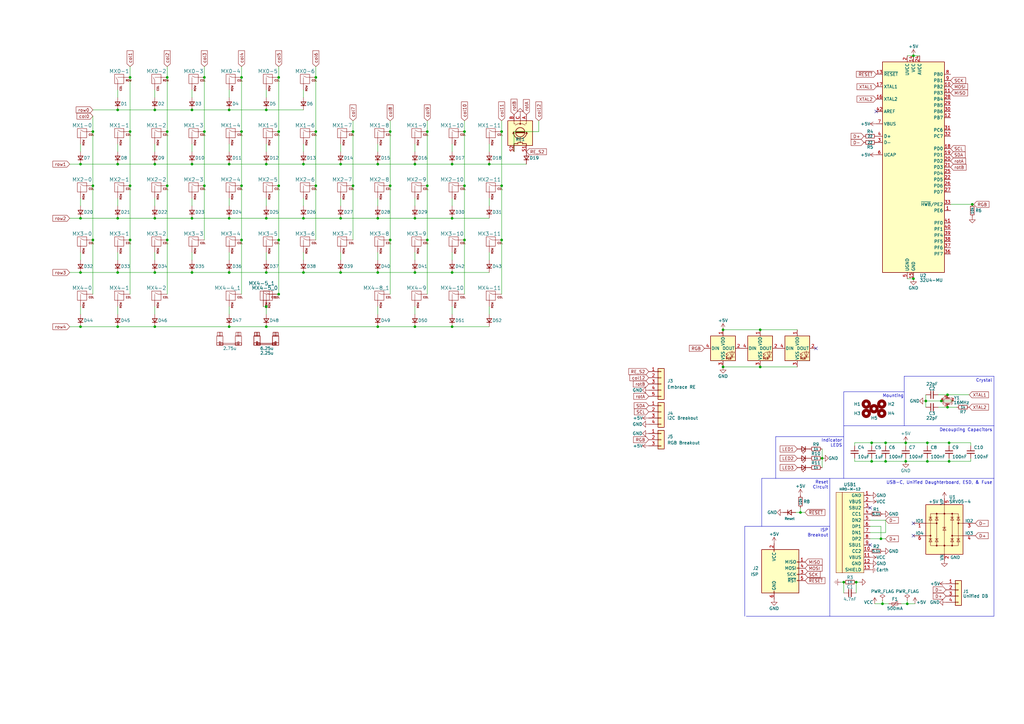
<source format=kicad_sch>
(kicad_sch (version 20211123) (generator eeschema)
  (paper "A3")
  (junction (at 114.3 76.2))
  (junction (at 185.42 89.535))
  (junction (at 99.06 31.75))
  (junction (at 33.02 133.985))
  (junction (at 170.18 111.76))
  (junction (at 78.74 89.535))
  (junction (at 374.65 114.3))
  (junction (at 296.545 135.255))
  (junction (at 389.255 181.61))
  (junction (at 53.34 98.425))
  (junction (at 48.26 133.985))
  (junction (at 68.58 76.2))
  (junction (at 144.78 76.2))
  (junction (at 185.42 133.985))
  (junction (at 205.74 76.2))
  (junction (at 154.94 111.76))
  (junction (at 139.7 67.31))
  (junction (at 53.34 31.75))
  (junction (at 357.505 181.61))
  (junction (at 160.02 53.975))
  (junction (at 93.98 133.985))
  (junction (at 48.26 89.535))
  (junction (at 38.1 98.425))
  (junction (at 371.475 189.23))
  (junction (at 78.74 45.085))
  (junction (at 379.73 164.465))
  (junction (at 124.46 111.76))
  (junction (at 83.82 53.975))
  (junction (at 53.34 53.975))
  (junction (at 154.94 133.985))
  (junction (at 114.3 98.425))
  (junction (at 109.22 125.73))
  (junction (at 129.54 53.975))
  (junction (at 124.46 89.535))
  (junction (at 99.06 76.2))
  (junction (at 99.06 98.425))
  (junction (at 388.62 167.005))
  (junction (at 363.22 189.23))
  (junction (at 351.155 238.76))
  (junction (at 93.98 67.31))
  (junction (at 33.02 67.31))
  (junction (at 363.22 181.61))
  (junction (at 398.78 83.82))
  (junction (at 337.185 187.96))
  (junction (at 160.02 76.2))
  (junction (at 78.74 67.31))
  (junction (at 389.255 189.23))
  (junction (at 190.5 76.2))
  (junction (at 33.02 111.76))
  (junction (at 63.5 133.985))
  (junction (at 114.3 120.65))
  (junction (at 200.66 67.31))
  (junction (at 380.365 189.23))
  (junction (at 361.95 247.65))
  (junction (at 109.22 111.76))
  (junction (at 53.34 76.2))
  (junction (at 68.58 53.975))
  (junction (at 124.46 67.31))
  (junction (at 139.7 111.76))
  (junction (at 83.82 31.75))
  (junction (at 296.545 150.495))
  (junction (at 63.5 111.76))
  (junction (at 144.78 53.975))
  (junction (at 109.22 89.535))
  (junction (at 83.82 76.2))
  (junction (at 63.5 45.085))
  (junction (at 386.08 164.465))
  (junction (at 68.58 31.75))
  (junction (at 357.505 189.23))
  (junction (at 33.02 89.535))
  (junction (at 114.3 53.975))
  (junction (at 129.54 76.2))
  (junction (at 48.26 45.085))
  (junction (at 374.65 22.86))
  (junction (at 93.98 45.085))
  (junction (at 328.295 210.185))
  (junction (at 48.26 67.31))
  (junction (at 346.075 238.76))
  (junction (at 185.42 111.76))
  (junction (at 388.62 161.925))
  (junction (at 109.22 67.31))
  (junction (at 63.5 67.31))
  (junction (at 361.315 220.98))
  (junction (at 311.785 135.255))
  (junction (at 175.26 98.425))
  (junction (at 109.22 133.985))
  (junction (at 93.98 89.535))
  (junction (at 170.18 89.535))
  (junction (at 185.42 67.31))
  (junction (at 170.18 67.31))
  (junction (at 38.1 76.2))
  (junction (at 175.26 76.2))
  (junction (at 63.5 89.535))
  (junction (at 68.58 98.425))
  (junction (at 129.54 31.75))
  (junction (at 99.06 53.975))
  (junction (at 175.26 53.975))
  (junction (at 139.7 89.535))
  (junction (at 190.5 53.975))
  (junction (at 205.74 53.975))
  (junction (at 93.98 111.76))
  (junction (at 190.5 98.425))
  (junction (at 154.94 89.535))
  (junction (at 48.26 111.76))
  (junction (at 311.785 150.495))
  (junction (at 154.94 67.31))
  (junction (at 372.11 247.65))
  (junction (at 380.365 181.61))
  (junction (at 205.74 98.425))
  (junction (at 38.1 53.975))
  (junction (at 371.475 181.61))
  (junction (at 109.22 45.085))
  (junction (at 78.74 111.76))
  (junction (at 170.18 133.985))
  (junction (at 160.02 98.425))
  (junction (at 114.3 31.75))
  (no_connect (at 359.41 45.72))
  (no_connect (at 374.65 219.71))
  (no_connect (at 356.87 208.28))
  (no_connect (at 374.65 214.63))
  (no_connect (at 334.645 142.875))
  (no_connect (at 356.87 223.52))
  (wire (pts (xy 361.95 246.38) (xy 361.95 247.65)))
  (wire (pts (xy 83.82 27.305) (xy 83.82 31.75)))
  (polyline (pts (xy 305.435 215.9) (xy 340.36 215.9)) (stroke (width 0) (type solid)))
  (wire (pts (xy 175.26 49.53) (xy 175.26 53.975)))
  (wire (pts (xy 357.505 189.23) (xy 363.22 189.23)))
  (wire (pts (xy 124.46 59.055) (xy 124.46 62.23)))
  (wire (pts (xy 154.94 67.31) (xy 170.18 67.31)))
  (wire (pts (xy 38.1 47.625) (xy 38.1 53.975)))
  (wire (pts (xy 154.94 59.055) (xy 154.94 62.23)))
  (wire (pts (xy 33.02 81.28) (xy 33.02 84.455)))
  (wire (pts (xy 170.18 67.31) (xy 185.42 67.31)))
  (wire (pts (xy 48.26 133.985) (xy 63.5 133.985)))
  (wire (pts (xy 356.87 218.44) (xy 363.22 218.44)))
  (wire (pts (xy 357.505 181.61) (xy 357.505 182.88)))
  (wire (pts (xy 48.26 45.085) (xy 63.5 45.085)))
  (wire (pts (xy 33.02 59.055) (xy 33.02 62.23)))
  (wire (pts (xy 114.3 31.75) (xy 114.3 53.975)))
  (wire (pts (xy 38.1 98.425) (xy 38.1 120.65)))
  (wire (pts (xy 68.58 27.305) (xy 68.58 31.75)))
  (wire (pts (xy 109.22 45.085) (xy 124.46 45.085)))
  (wire (pts (xy 139.7 81.28) (xy 139.7 84.455)))
  (wire (pts (xy 124.46 103.505) (xy 124.46 106.68)))
  (wire (pts (xy 33.02 111.76) (xy 48.26 111.76)))
  (wire (pts (xy 68.58 31.75) (xy 68.58 53.975)))
  (wire (pts (xy 93.98 133.985) (xy 109.22 133.985)))
  (wire (pts (xy 48.26 81.28) (xy 48.26 84.455)))
  (wire (pts (xy 68.58 76.2) (xy 68.58 98.425)))
  (polyline (pts (xy 346.075 174.625) (xy 346.075 196.215)) (stroke (width 0) (type solid)))
  (polyline (pts (xy 407.67 252.73) (xy 340.36 252.73)) (stroke (width 0) (type solid)))
  (wire (pts (xy 38.1 76.2) (xy 38.1 98.425)))
  (wire (pts (xy 129.54 76.2) (xy 129.54 98.425)))
  (wire (pts (xy 326.39 210.185) (xy 328.295 210.185)))
  (wire (pts (xy 53.34 53.975) (xy 53.34 76.2)))
  (wire (pts (xy 129.54 53.975) (xy 129.54 76.2)))
  (wire (pts (xy 350.52 187.96) (xy 350.52 189.23)))
  (wire (pts (xy 154.94 103.505) (xy 154.94 106.68)))
  (polyline (pts (xy 407.67 196.215) (xy 407.67 174.625)) (stroke (width 0) (type solid)))
  (wire (pts (xy 63.5 81.28) (xy 63.5 84.455)))
  (wire (pts (xy 160.02 53.975) (xy 160.02 76.2)))
  (wire (pts (xy 388.62 167.005) (xy 392.43 167.005)))
  (wire (pts (xy 33.02 67.31) (xy 48.26 67.31)))
  (wire (pts (xy 190.5 76.2) (xy 190.5 98.425)))
  (wire (pts (xy 63.5 59.055) (xy 63.5 62.23)))
  (wire (pts (xy 114.3 76.2) (xy 114.3 98.425)))
  (wire (pts (xy 175.26 76.2) (xy 175.26 98.425)))
  (wire (pts (xy 28.575 67.31) (xy 33.02 67.31)))
  (wire (pts (xy 185.42 59.055) (xy 185.42 62.23)))
  (polyline (pts (xy 346.075 174.625) (xy 407.67 174.625)) (stroke (width 0) (type solid)))
  (wire (pts (xy 190.5 53.975) (xy 190.5 76.2)))
  (wire (pts (xy 190.5 98.425) (xy 190.5 120.65)))
  (wire (pts (xy 371.475 181.61) (xy 371.475 182.88)))
  (wire (pts (xy 139.7 89.535) (xy 154.94 89.535)))
  (wire (pts (xy 363.22 181.61) (xy 371.475 181.61)))
  (wire (pts (xy 154.94 81.28) (xy 154.94 84.455)))
  (wire (pts (xy 398.78 83.82) (xy 399.415 83.82)))
  (wire (pts (xy 129.54 27.305) (xy 129.54 31.75)))
  (wire (pts (xy 379.73 164.465) (xy 386.08 164.465)))
  (wire (pts (xy 372.11 247.65) (xy 369.57 247.65)))
  (wire (pts (xy 93.98 111.76) (xy 109.22 111.76)))
  (wire (pts (xy 154.94 111.76) (xy 170.18 111.76)))
  (wire (pts (xy 53.34 98.425) (xy 53.34 120.65)))
  (wire (pts (xy 53.34 31.75) (xy 53.34 53.975)))
  (wire (pts (xy 93.98 67.31) (xy 109.22 67.31)))
  (polyline (pts (xy 340.36 196.215) (xy 407.67 196.215)) (stroke (width 0) (type solid)))
  (polyline (pts (xy 340.36 196.215) (xy 340.36 252.73)) (stroke (width 0) (type solid)))
  (wire (pts (xy 356.87 213.36) (xy 363.22 213.36)))
  (wire (pts (xy 357.505 181.61) (xy 363.22 181.61)))
  (wire (pts (xy 99.06 76.2) (xy 99.06 98.425)))
  (wire (pts (xy 389.89 83.82) (xy 398.78 83.82)))
  (wire (pts (xy 350.52 181.61) (xy 357.505 181.61)))
  (wire (pts (xy 154.94 89.535) (xy 170.18 89.535)))
  (wire (pts (xy 372.11 246.38) (xy 372.11 247.65)))
  (wire (pts (xy 93.98 36.83) (xy 93.98 40.005)))
  (wire (pts (xy 63.5 36.83) (xy 63.5 40.005)))
  (wire (pts (xy 398.145 181.61) (xy 398.145 182.88)))
  (wire (pts (xy 63.5 111.76) (xy 78.74 111.76)))
  (wire (pts (xy 337.185 187.96) (xy 337.185 191.77)))
  (polyline (pts (xy 407.67 174.625) (xy 407.67 154.305)) (stroke (width 0) (type solid)))
  (wire (pts (xy 200.66 81.28) (xy 200.66 84.455)))
  (wire (pts (xy 33.02 133.985) (xy 48.26 133.985)))
  (wire (pts (xy 99.06 31.75) (xy 99.06 53.975)))
  (wire (pts (xy 107.95 125.73) (xy 109.22 125.73)))
  (wire (pts (xy 311.785 135.255) (xy 327.025 135.255)))
  (wire (pts (xy 93.98 81.28) (xy 93.98 84.455)))
  (wire (pts (xy 170.18 111.76) (xy 185.42 111.76)))
  (wire (pts (xy 351.155 238.76) (xy 352.425 238.76)))
  (wire (pts (xy 389.255 181.61) (xy 389.255 182.88)))
  (wire (pts (xy 33.02 89.535) (xy 48.26 89.535)))
  (wire (pts (xy 328.295 208.28) (xy 328.295 210.185)))
  (wire (pts (xy 114.3 53.975) (xy 114.3 76.2)))
  (wire (pts (xy 170.18 133.985) (xy 185.42 133.985)))
  (wire (pts (xy 380.365 181.61) (xy 389.255 181.61)))
  (wire (pts (xy 344.805 238.76) (xy 346.075 238.76)))
  (wire (pts (xy 386.08 164.465) (xy 391.16 164.465)))
  (wire (pts (xy 139.7 103.505) (xy 139.7 106.68)))
  (wire (pts (xy 38.1 53.975) (xy 38.1 76.2)))
  (polyline (pts (xy 407.67 154.305) (xy 370.84 154.305)) (stroke (width 0) (type solid)))
  (wire (pts (xy 350.52 182.88) (xy 350.52 181.61)))
  (wire (pts (xy 63.5 89.535) (xy 78.74 89.535)))
  (wire (pts (xy 109.22 67.31) (xy 124.46 67.31)))
  (wire (pts (xy 109.22 89.535) (xy 124.46 89.535)))
  (wire (pts (xy 328.295 210.185) (xy 330.2 210.185)))
  (wire (pts (xy 389.255 181.61) (xy 398.145 181.61)))
  (wire (pts (xy 363.22 189.23) (xy 371.475 189.23)))
  (wire (pts (xy 78.74 59.055) (xy 78.74 62.23)))
  (wire (pts (xy 200.66 67.31) (xy 215.9 67.31)))
  (wire (pts (xy 99.06 53.975) (xy 99.06 76.2)))
  (wire (pts (xy 48.26 67.31) (xy 63.5 67.31)))
  (wire (pts (xy 38.1 45.085) (xy 48.26 45.085)))
  (wire (pts (xy 78.74 103.505) (xy 78.74 106.68)))
  (wire (pts (xy 205.74 49.53) (xy 205.74 53.975)))
  (wire (pts (xy 124.46 81.28) (xy 124.46 84.455)))
  (wire (pts (xy 93.98 125.73) (xy 93.98 128.905)))
  (wire (pts (xy 129.54 31.75) (xy 129.54 53.975)))
  (polyline (pts (xy 346.075 160.655) (xy 346.075 174.625)) (stroke (width 0) (type solid)))
  (wire (pts (xy 379.73 161.925) (xy 379.73 164.465)))
  (wire (pts (xy 371.475 181.61) (xy 380.365 181.61)))
  (wire (pts (xy 63.5 103.505) (xy 63.5 106.68)))
  (wire (pts (xy 124.46 36.83) (xy 124.46 40.005)))
  (wire (pts (xy 109.22 81.28) (xy 109.22 84.455)))
  (wire (pts (xy 200.66 125.73) (xy 200.66 128.905)))
  (wire (pts (xy 350.52 189.23) (xy 357.505 189.23)))
  (wire (pts (xy 210.82 62.23) (xy 210.82 53.975)))
  (wire (pts (xy 48.26 111.76) (xy 63.5 111.76)))
  (wire (pts (xy 78.74 36.83) (xy 78.74 40.005)))
  (wire (pts (xy 78.74 81.28) (xy 78.74 84.455)))
  (wire (pts (xy 356.87 215.9) (xy 361.315 215.9)))
  (polyline (pts (xy 407.67 196.215) (xy 407.67 252.73)) (stroke (width 0) (type solid)))
  (wire (pts (xy 389.255 189.23) (xy 398.145 189.23)))
  (wire (pts (xy 361.315 215.9) (xy 361.315 220.98)))
  (wire (pts (xy 78.74 67.31) (xy 93.98 67.31)))
  (wire (pts (xy 170.18 59.055) (xy 170.18 62.23)))
  (wire (pts (xy 93.98 103.505) (xy 93.98 106.68)))
  (wire (pts (xy 190.5 49.53) (xy 190.5 53.975)))
  (wire (pts (xy 63.5 45.085) (xy 78.74 45.085)))
  (wire (pts (xy 389.255 187.96) (xy 389.255 189.23)))
  (wire (pts (xy 384.81 161.925) (xy 388.62 161.925)))
  (wire (pts (xy 144.78 53.975) (xy 144.78 76.2)))
  (wire (pts (xy 351.155 238.76) (xy 351.155 243.205)))
  (wire (pts (xy 78.74 111.76) (xy 93.98 111.76)))
  (wire (pts (xy 363.22 218.44) (xy 363.22 213.36)))
  (wire (pts (xy 139.7 59.055) (xy 139.7 62.23)))
  (wire (pts (xy 139.7 111.76) (xy 154.94 111.76)))
  (wire (pts (xy 185.42 103.505) (xy 185.42 106.68)))
  (wire (pts (xy 170.18 81.28) (xy 170.18 84.455)))
  (wire (pts (xy 28.575 89.535) (xy 33.02 89.535)))
  (wire (pts (xy 200.66 103.505) (xy 200.66 106.68)))
  (wire (pts (xy 185.42 89.535) (xy 200.66 89.535)))
  (wire (pts (xy 337.185 184.15) (xy 337.185 187.96)))
  (wire (pts (xy 109.22 133.985) (xy 154.94 133.985)))
  (wire (pts (xy 205.74 98.425) (xy 205.74 120.65)))
  (wire (pts (xy 93.98 59.055) (xy 93.98 62.23)))
  (wire (pts (xy 109.22 103.505) (xy 109.22 106.68)))
  (wire (pts (xy 124.46 111.76) (xy 139.7 111.76)))
  (polyline (pts (xy 346.075 179.07) (xy 318.135 179.07)) (stroke (width 0) (type solid)))
  (wire (pts (xy 139.7 67.31) (xy 154.94 67.31)))
  (wire (pts (xy 296.545 135.255) (xy 311.785 135.255)))
  (wire (pts (xy 114.3 27.305) (xy 114.3 31.75)))
  (polyline (pts (xy 340.36 252.73) (xy 306.07 252.73)) (stroke (width 0) (type solid)))
  (wire (pts (xy 63.5 125.73) (xy 63.5 128.905)))
  (wire (pts (xy 124.46 67.31) (xy 139.7 67.31)))
  (wire (pts (xy 170.18 89.535) (xy 185.42 89.535)))
  (wire (pts (xy 78.74 89.535) (xy 93.98 89.535)))
  (wire (pts (xy 170.18 103.505) (xy 170.18 106.68)))
  (wire (pts (xy 63.5 133.985) (xy 93.98 133.985)))
  (wire (pts (xy 83.82 53.975) (xy 83.82 76.2)))
  (wire (pts (xy 398.145 187.96) (xy 398.145 189.23)))
  (wire (pts (xy 48.26 125.73) (xy 48.26 128.905)))
  (wire (pts (xy 346.075 238.76) (xy 346.075 243.205)))
  (wire (pts (xy 83.82 76.2) (xy 83.82 98.425)))
  (wire (pts (xy 83.82 31.75) (xy 83.82 53.975)))
  (polyline (pts (xy 305.435 252.73) (xy 305.435 215.9)) (stroke (width 0) (type solid)))
  (wire (pts (xy 114.3 98.425) (xy 114.3 120.65)))
  (wire (pts (xy 53.34 27.305) (xy 53.34 31.75)))
  (wire (pts (xy 372.11 114.3) (xy 374.65 114.3)))
  (wire (pts (xy 363.22 187.96) (xy 363.22 189.23)))
  (wire (pts (xy 363.22 181.61) (xy 363.22 182.88)))
  (wire (pts (xy 154.94 133.985) (xy 170.18 133.985)))
  (wire (pts (xy 109.22 125.73) (xy 109.22 128.905)))
  (wire (pts (xy 205.74 53.975) (xy 205.74 76.2)))
  (wire (pts (xy 68.58 53.975) (xy 68.58 76.2)))
  (wire (pts (xy 380.365 181.61) (xy 380.365 182.88)))
  (wire (pts (xy 93.98 45.085) (xy 109.22 45.085)))
  (wire (pts (xy 48.26 36.83) (xy 48.26 40.005)))
  (wire (pts (xy 220.98 49.53) (xy 220.98 53.975)))
  (wire (pts (xy 48.26 103.505) (xy 48.26 106.68)))
  (wire (pts (xy 154.94 125.73) (xy 154.94 128.905)))
  (wire (pts (xy 358.775 247.65) (xy 361.95 247.65)))
  (wire (pts (xy 357.505 187.96) (xy 357.505 189.23)))
  (polyline (pts (xy 312.42 215.9) (xy 312.42 196.215)) (stroke (width 0) (type solid)))
  (wire (pts (xy 185.42 67.31) (xy 200.66 67.31)))
  (wire (pts (xy 109.22 36.83) (xy 109.22 40.005)))
  (wire (pts (xy 113.03 120.65) (xy 114.3 120.65)))
  (wire (pts (xy 160.02 98.425) (xy 160.02 120.65)))
  (polyline (pts (xy 370.84 154.305) (xy 370.84 174.625)) (stroke (width 0) (type solid)))
  (wire (pts (xy 68.58 98.425) (xy 68.58 120.65)))
  (wire (pts (xy 48.26 89.535) (xy 63.5 89.535)))
  (wire (pts (xy 380.365 187.96) (xy 380.365 189.23)))
  (wire (pts (xy 374.65 22.86) (xy 377.19 22.86)))
  (polyline (pts (xy 370.84 160.655) (xy 346.075 160.655)) (stroke (width 0) (type solid)))
  (wire (pts (xy 185.42 111.76) (xy 200.66 111.76)))
  (wire (pts (xy 371.475 187.96) (xy 371.475 189.23)))
  (wire (pts (xy 124.46 89.535) (xy 139.7 89.535)))
  (wire (pts (xy 361.95 247.65) (xy 364.49 247.65)))
  (wire (pts (xy 379.73 164.465) (xy 379.73 167.005)))
  (wire (pts (xy 33.02 103.505) (xy 33.02 106.68)))
  (wire (pts (xy 205.74 76.2) (xy 205.74 98.425)))
  (wire (pts (xy 160.02 49.53) (xy 160.02 53.975)))
  (wire (pts (xy 63.5 67.31) (xy 78.74 67.31)))
  (wire (pts (xy 144.78 49.53) (xy 144.78 53.975)))
  (wire (pts (xy 372.11 247.65) (xy 375.285 247.65)))
  (wire (pts (xy 175.26 98.425) (xy 175.26 120.65)))
  (wire (pts (xy 170.18 125.73) (xy 170.18 128.905)))
  (wire (pts (xy 109.22 59.055) (xy 109.22 62.23)))
  (wire (pts (xy 99.06 98.425) (xy 99.06 120.65)))
  (polyline (pts (xy 312.42 196.215) (xy 340.36 196.215)) (stroke (width 0) (type solid)))
  (wire (pts (xy 210.82 53.975) (xy 220.98 53.975)))
  (wire (pts (xy 28.575 133.985) (xy 33.02 133.985)))
  (wire (pts (xy 175.26 53.975) (xy 175.26 76.2)))
  (wire (pts (xy 371.475 189.23) (xy 380.365 189.23)))
  (wire (pts (xy 78.74 45.085) (xy 93.98 45.085)))
  (wire (pts (xy 160.02 76.2) (xy 160.02 98.425)))
  (wire (pts (xy 28.575 111.76) (xy 33.02 111.76)))
  (wire (pts (xy 380.365 189.23) (xy 389.255 189.23)))
  (wire (pts (xy 33.02 125.73) (xy 33.02 128.905)))
  (polyline (pts (xy 318.135 179.07) (xy 318.135 196.215)) (stroke (width 0) (type solid)))
  (wire (pts (xy 93.98 89.535) (xy 109.22 89.535)))
  (wire (pts (xy 48.26 59.055) (xy 48.26 62.23)))
  (wire (pts (xy 311.785 150.495) (xy 327.025 150.495)))
  (wire (pts (xy 372.11 22.86) (xy 374.65 22.86)))
  (wire (pts (xy 185.42 125.73) (xy 185.42 128.905)))
  (wire (pts (xy 53.34 76.2) (xy 53.34 98.425)))
  (wire (pts (xy 185.42 81.28) (xy 185.42 84.455)))
  (wire (pts (xy 200.66 59.055) (xy 200.66 62.23)))
  (wire (pts (xy 388.62 161.925) (xy 397.51 161.925)))
  (wire (pts (xy 144.78 76.2) (xy 144.78 98.425)))
  (wire (pts (xy 361.315 220.98) (xy 363.22 220.98)))
  (wire (pts (xy 356.87 220.98) (xy 361.315 220.98)))
  (wire (pts (xy 109.22 111.76) (xy 124.46 111.76)))
  (wire (pts (xy 384.81 167.005) (xy 388.62 167.005)))
  (wire (pts (xy 99.06 27.305) (xy 99.06 31.75)))
  (wire (pts (xy 296.545 150.495) (xy 311.785 150.495)))
  (wire (pts (xy 185.42 133.985) (xy 200.66 133.985)))
  (text "Indicator\nLEDS" (at 345.44 183.515 180) (effects (font (size 1.27 1.27)) (justify right bottom)))
  (text "USB-C, Unified Daughterboard, ESD, & Fuse" (at 407.035 198.755 180) (effects (font (size 1.27 1.27)) (justify right bottom)))
  (text "Decoupling Capacitors" (at 407.035 177.165 180) (effects (font (size 1.27 1.27)) (justify right bottom)))
  (text "Crystal" (at 407.035 156.845 180) (effects (font (size 1.27 1.27)) (justify right bottom)))
  (text "ISP\nBreakout" (at 339.725 220.345 180) (effects (font (size 1.27 1.27)) (justify right bottom)))
  (text "Mounting" (at 361.95 163.195 0) (effects (font (size 1.27 1.27)) (justify left bottom)))
  (text "Reset\nCircuit" (at 339.725 200.66 180) (effects (font (size 1.27 1.27)) (justify right bottom)))
  (global_label "row4" (shape input) (at 28.575 133.985 180) (property "Intersheet References" "${INTERSHEET_REFS}" (effects hide)))
  (global_label "rotA" (shape input) (at 266.065 162.56 180) (property "Intersheet References" "${INTERSHEET_REFS}" (effects hide)))
  (global_label "D+" (shape input) (at 400.05 219.71 0) (property "Intersheet References" "${INTERSHEET_REFS}" (effects hide)))
  (global_label "LED2" (shape input) (at 327.025 187.96 180) (property "Intersheet References" "${INTERSHEET_REFS}" (effects hide)))
  (global_label "row1" (shape input) (at 28.575 67.31 180) (property "Intersheet References" "${INTERSHEET_REFS}" (effects hide)))
  (global_label "SDA" (shape input) (at 389.89 63.5 0) (property "Intersheet References" "${INTERSHEET_REFS}" (effects hide)))
  (global_label "SCK" (shape input) (at 330.2 235.585 0) (property "Intersheet References" "${INTERSHEET_REFS}" (effects hide)))
  (global_label "D+" (shape input) (at 354.33 55.88 180) (property "Intersheet References" "${INTERSHEET_REFS}" (effects hide)))
  (global_label "D-" (shape input) (at 387.985 241.935 180) (property "Intersheet References" "${INTERSHEET_REFS}" (effects hide)))
  (global_label "RE_S2" (shape input) (at 215.9 62.23 0) (property "Intersheet References" "${INTERSHEET_REFS}" (effects hide)))
  (global_label "rotB" (shape input) (at 266.065 157.48 180) (property "Intersheet References" "${INTERSHEET_REFS}" (effects hide)))
  (global_label "MOSI" (shape input) (at 389.89 35.56 0) (property "Intersheet References" "${INTERSHEET_REFS}" (effects hide)))
  (global_label "RE_S2" (shape input) (at 266.065 152.4 180) (property "Intersheet References" "${INTERSHEET_REFS}" (effects hide)))
  (global_label "D+" (shape input) (at 363.22 220.98 0) (property "Intersheet References" "${INTERSHEET_REFS}" (effects hide)))
  (global_label "col9" (shape input) (at 175.26 49.53 90) (property "Intersheet References" "${INTERSHEET_REFS}" (effects hide)))
  (global_label "row2" (shape input) (at 28.575 89.535 180) (property "Intersheet References" "${INTERSHEET_REFS}" (effects hide)))
  (global_label "SCK" (shape input) (at 389.89 33.02 0) (property "Intersheet References" "${INTERSHEET_REFS}" (effects hide)))
  (global_label "col8" (shape input) (at 160.02 49.53 90) (property "Intersheet References" "${INTERSHEET_REFS}" (effects hide)))
  (global_label "row3" (shape input) (at 28.575 111.76 180) (property "Intersheet References" "${INTERSHEET_REFS}" (effects hide)))
  (global_label "col5" (shape input) (at 114.3 27.305 90) (property "Intersheet References" "${INTERSHEET_REFS}" (effects hide)))
  (global_label "RGB" (shape input) (at 288.925 142.875 180) (property "Intersheet References" "${INTERSHEET_REFS}" (effects hide)))
  (global_label "RGB" (shape input) (at 399.415 83.82 0) (property "Intersheet References" "${INTERSHEET_REFS}" (effects hide)))
  (global_label "col12" (shape input) (at 266.065 154.94 180) (property "Intersheet References" "${INTERSHEET_REFS}" (effects hide)))
  (global_label "SDA" (shape input) (at 266.065 166.37 180) (property "Intersheet References" "${INTERSHEET_REFS}" (effects hide)))
  (global_label "SCL" (shape input) (at 266.065 168.91 180) (property "Intersheet References" "${INTERSHEET_REFS}" (effects hide)))
  (global_label "col7" (shape input) (at 144.78 49.53 90) (property "Intersheet References" "${INTERSHEET_REFS}" (effects hide)))
  (global_label "~{RESET}" (shape input) (at 330.2 238.125 0) (property "Intersheet References" "${INTERSHEET_REFS}" (effects hide)))
  (global_label "MOSI" (shape input) (at 330.2 233.045 0) (property "Intersheet References" "${INTERSHEET_REFS}" (effects hide)))
  (global_label "col4" (shape input) (at 99.06 27.305 90) (property "Intersheet References" "${INTERSHEET_REFS}" (effects hide)))
  (global_label "LED1" (shape input) (at 327.025 184.15 180) (property "Intersheet References" "${INTERSHEET_REFS}" (effects hide)))
  (global_label "col3" (shape input) (at 83.82 27.305 90) (property "Intersheet References" "${INTERSHEET_REFS}" (effects hide)))
  (global_label "D-" (shape input) (at 400.05 214.63 0) (property "Intersheet References" "${INTERSHEET_REFS}" (effects hide)))
  (global_label "rotB" (shape input) (at 389.89 68.58 0) (property "Intersheet References" "${INTERSHEET_REFS}" (effects hide)))
  (global_label "rotB" (shape input) (at 210.82 46.99 90) (property "Intersheet References" "${INTERSHEET_REFS}" (effects hide)))
  (global_label "D+" (shape input) (at 387.985 244.475 180) (property "Intersheet References" "${INTERSHEET_REFS}" (effects hide)))
  (global_label "MISO" (shape input) (at 330.2 230.505 0) (property "Intersheet References" "${INTERSHEET_REFS}" (effects hide)))
  (global_label "col2" (shape input) (at 68.58 27.305 90) (property "Intersheet References" "${INTERSHEET_REFS}" (effects hide)))
  (global_label "col1" (shape input) (at 53.34 27.305 90) (property "Intersheet References" "${INTERSHEET_REFS}" (effects hide)))
  (global_label "XTAL1" (shape input) (at 359.41 35.56 180) (property "Intersheet References" "${INTERSHEET_REFS}" (effects hide)))
  (global_label "rotA" (shape input) (at 215.9 46.99 90) (property "Intersheet References" "${INTERSHEET_REFS}" (effects hide)))
  (global_label "SCL" (shape input) (at 389.89 60.96 0) (property "Intersheet References" "${INTERSHEET_REFS}" (effects hide)))
  (global_label "~{RESET}" (shape input) (at 359.41 30.48 180) (property "Intersheet References" "${INTERSHEET_REFS}" (effects hide)))
  (global_label "row0" (shape input) (at 38.1 45.085 180) (property "Intersheet References" "${INTERSHEET_REFS}" (effects hide)))
  (global_label "col0" (shape input) (at 38.1 47.625 180) (property "Intersheet References" "${INTERSHEET_REFS}" (effects hide)))
  (global_label "XTAL2" (shape input) (at 359.41 40.64 180) (property "Intersheet References" "${INTERSHEET_REFS}" (effects hide)))
  (global_label "col10" (shape input) (at 190.5 49.53 90) (property "Intersheet References" "${INTERSHEET_REFS}" (effects hide)))
  (global_label "D-" (shape input) (at 354.33 58.42 180) (property "Intersheet References" "${INTERSHEET_REFS}" (effects hide)))
  (global_label "col6" (shape input) (at 129.54 27.305 90) (property "Intersheet References" "${INTERSHEET_REFS}" (effects hide)))
  (global_label "col11" (shape input) (at 205.74 49.53 90) (property "Intersheet References" "${INTERSHEET_REFS}" (effects hide)))
  (global_label "RGB" (shape input) (at 266.065 180.34 180) (property "Intersheet References" "${INTERSHEET_REFS}" (effects hide)))
  (global_label "LED3" (shape input) (at 327.025 191.77 180) (property "Intersheet References" "${INTERSHEET_REFS}" (effects hide)))
  (global_label "XTAL2" (shape input) (at 397.51 167.005 0) (property "Intersheet References" "${INTERSHEET_REFS}" (effects hide)))
  (global_label "MISO" (shape input) (at 389.89 38.1 0) (property "Intersheet References" "${INTERSHEET_REFS}" (effects hide)))
  (global_label "col12" (shape input) (at 220.98 49.53 90) (property "Intersheet References" "${INTERSHEET_REFS}" (effects hide)))
  (global_label "D-" (shape input) (at 363.22 213.36 0) (property "Intersheet References" "${INTERSHEET_REFS}" (effects hide)))
  (global_label "rotA" (shape input) (at 389.89 66.04 0) (property "Intersheet References" "${INTERSHEET_REFS}" (effects hide)))
  (global_label "~{RESET}" (shape input) (at 330.2 210.185 0) (property "Intersheet References" "${INTERSHEET_REFS}" (effects hide)))
  (global_label "XTAL1" (shape input) (at 397.51 161.925 0) (property "Intersheet References" "${INTERSHEET_REFS}" (effects hide)))
  (symbol (lib_id "power:GND") (at 352.425 238.76 90) (unit 1)
    (property "Reference" "#PWR012" (effects hide))
    (property "Value" "GND" (effects hide))
  )
  (symbol (lib_id "MX_Alps_Hybrid:MX-NoLED") (at 186.69 77.47 0) (unit 1)
    (property "Reference" "MX2-10" (at 185.42 73.66 0) (effects (font (size 1.524 1.524))))
    (property "Value" "MX-NoLED" (effects hide))
    (property "Footprint" "marbastlib-mx:SW_MX_HS_1u" (effects hide))
  )
  (symbol (lib_id "Device:R_Small") (at 398.78 86.36 0) (unit 1)
    (property "Reference" "R6" (at 401.32 86.36 0))
    (property "Value" "10k" (at 398.78 86.36 90) (effects (font (size 1 1))))
    (property "Footprint" "Resistor_SMD:R_0402_1005Metric" (effects hide))
  )
  (symbol (lib_id "Device:D_Small") (at 139.7 64.77 90) (unit 1)
    (property "Reference" "D14" (at 140.97 64.77 90) (effects (justify right)))
    (property "Value" "D_Small" (effects hide))
    (property "Footprint" "Diode_SMD:D_SOD-123" (effects hide))
  )
  (symbol (lib_id "Device:Polyfuse_Small") (at 367.03 247.65 270) (unit 1)
    (property "Reference" "F1" (at 367.03 245.745 90))
    (property "Value" "500mA" (at 367.03 249.555 90))
    (property "Footprint" "Fuse:Fuse_1206_3216Metric" (effects hide))
  )
  (symbol (lib_id "MX_Alps_Hybrid:MX-NoLED") (at 95.25 77.47 0) (unit 1)
    (property "Reference" "MX2-4" (at 94.615 73.66 0) (effects (font (size 1.524 1.524))))
    (property "Value" "MX-NoLED" (effects hide))
    (property "Footprint" "marbastlib-mx:SW_MX_HS_1u" (effects hide))
  )
  (symbol (lib_id "Device:C_Small") (at 348.615 243.205 90) (unit 1)
    (property "Reference" "C1" (at 348.615 240.665 90))
    (property "Value" "4.7nF" (at 348.615 245.745 90))
    (property "Footprint" "Capacitor_SMD:C_0402_1005Metric" (effects hide))
  )
  (symbol (lib_id "power:GND") (at 321.31 210.185 270) (unit 1)
    (property "Reference" "#PWR0104" (effects hide))
    (property "Value" "GND" (at 318.77 210.185 90) (effects (justify right)))
  )
  (symbol (lib_id "power:+5V") (at 359.41 63.5 90) (unit 1)
    (property "Reference" "#PWR018" (effects hide))
    (property "Value" "+5V" (at 354.965 63.5 90))
  )
  (symbol (lib_id "MX_Alps_Hybrid:MX-NoLED") (at 95.25 55.245 0) (unit 1)
    (property "Reference" "MX1-4" (at 94.615 51.435 0) (effects (font (size 1.524 1.524))))
    (property "Value" "MX-NoLED" (effects hide))
    (property "Footprint" "marbastlib-mx:SW_MX_HS_1u" (effects hide))
  )
  (symbol (lib_id "MX_Alps_Hybrid:MX-NoLED") (at 201.93 77.47 0) (unit 1)
    (property "Reference" "MX2-11" (at 200.66 73.66 0) (effects (font (size 1.524 1.524))))
    (property "Value" "MX-NoLED" (effects hide))
    (property "Footprint" "marbastlib-mx:SW_MX_HS_1.5u" (effects hide))
  )
  (symbol (lib_id "power:GND") (at 296.545 150.495 0) (unit 1)
    (property "Reference" "#PWR0111" (effects hide))
    (property "Value" "GND" (at 296.545 154.305 0))
  )
  (symbol (lib_id "power:+5V") (at 317.5 222.885 0) (unit 1)
    (property "Reference" "#PWR0106" (effects hide))
    (property "Value" "+5V" (at 317.5 219.075 0))
  )
  (symbol (lib_id "Device:D_Small") (at 154.94 131.445 90) (unit 1)
    (property "Reference" "D49" (at 156.21 131.445 90) (effects (justify right)))
    (property "Value" "D_Small" (effects hide))
    (property "Footprint" "Diode_SMD:D_SOD-123" (effects hide))
  )
  (symbol (lib_id "power:GND") (at 361.95 210.82 90) (unit 1)
    (property "Reference" "#PWR04" (effects hide))
    (property "Value" "GND" (at 364.49 210.82 90) (effects (justify right)))
  )
  (symbol (lib_id "MX_Alps_Hybrid:MX-NoLED") (at 49.53 55.245 0) (unit 1)
    (property "Reference" "MX1-1" (at 48.895 51.435 0) (effects (font (size 1.524 1.524))))
    (property "Value" "MX-NoLED" (effects hide))
    (property "Footprint" "marbastlib-mx:SW_MX_HS_1u" (effects hide))
  )
  (symbol (lib_id "MX_Alps_Hybrid:MX-NoLED") (at 49.53 77.47 0) (unit 1)
    (property "Reference" "MX2-1" (at 48.895 73.66 0) (effects (font (size 1.524 1.524))))
    (property "Value" "MX-NoLED" (effects hide))
    (property "Footprint" "marbastlib-mx:SW_MX_HS_1u" (effects hide))
  )
  (symbol (lib_id "power:GND") (at 266.065 160.02 270) (unit 1)
    (property "Reference" "#PWR0112" (effects hide))
    (property "Value" "GND" (at 263.525 160.02 90) (effects (justify right)))
  )
  (symbol (lib_id "Device:D_Small") (at 93.98 42.545 90) (unit 1)
    (property "Reference" "D4" (at 95.25 42.545 90) (effects (justify right)))
    (property "Value" "D_Small" (effects hide))
    (property "Footprint" "Diode_SMD:D_SOD-123" (effects hide))
  )
  (symbol (lib_id "power:GND") (at 387.985 247.015 270) (unit 1)
    (property "Reference" "#PWR05" (effects hide))
    (property "Value" "GND" (at 385.445 247.015 90) (effects (justify right)))
  )
  (symbol (lib_id "Mechanical:MountingHole") (at 355.2952 169.545 0) (unit 1)
    (property "Reference" "H3" (at 350.2152 169.545 0) (effects (justify left)))
    (property "Value" "Tray Mount" (effects hide))
    (property "Footprint" "MountingHole:MountingHole_2.2mm_M2" (effects hide))
  )
  (symbol (lib_id "power:+5V") (at 328.295 203.2 0) (unit 1)
    (property "Reference" "#PWR0105" (effects hide))
    (property "Value" "+5V" (at 328.295 199.39 0))
  )
  (symbol (lib_id "power:GND") (at 361.95 226.06 90) (unit 1)
    (property "Reference" "#PWR07" (effects hide))
    (property "Value" "GND" (at 364.49 226.06 90) (effects (justify right)))
  )
  (symbol (lib_id "LED:WS2812B") (at 311.785 142.875 0) (unit 1)
    (property "Reference" "RGB2" (effects hide))
    (property "Value" "WS2812B" (effects hide))
    (property "Footprint" "Keebio-Parts:WS2812B" (effects hide))
    (property "Datasheet" "https://cdn-shop.adafruit.com/datasheets/WS2812B.pdf" (effects hide))
  )
  (symbol (lib_id "Device:C_Small") (at 357.505 185.42 0) (unit 1)
    (property "Reference" "C5" (at 358.775 183.515 0) (effects (justify left)))
    (property "Value" "1uF" (at 358.775 187.325 0) (effects (justify left)))
    (property "Footprint" "Capacitor_SMD:C_0402_1005Metric" (effects hide))
  )
  (symbol (lib_id "Device:D_Small") (at 154.94 64.77 90) (unit 1)
    (property "Reference" "D15" (at 156.21 64.77 90) (effects (justify right)))
    (property "Value" "D_Small" (effects hide))
    (property "Footprint" "Diode_SMD:D_SOD-123" (effects hide))
  )
  (symbol (lib_id "MX_Alps_Hybrid:MX-NoLED") (at 80.01 55.245 0) (unit 1)
    (property "Reference" "MX1-3" (at 79.375 51.435 0) (effects (font (size 1.524 1.524))))
    (property "Value" "MX-NoLED" (effects hide))
    (property "Footprint" "marbastlib-mx:SW_MX_HS_1u" (effects hide))
  )
  (symbol (lib_id "power:GND") (at 356.87 231.14 90) (unit 1)
    (property "Reference" "#PWR09" (effects hide))
    (property "Value" "GND" (at 359.41 231.14 90) (effects (justify right)))
  )
  (symbol (lib_id "MX_Alps_Hybrid:MX-NoLED") (at 140.97 77.47 0) (unit 1)
    (property "Reference" "MX2-7" (at 140.335 73.66 0) (effects (font (size 1.524 1.524))))
    (property "Value" "MX-NoLED" (effects hide))
    (property "Footprint" "marbastlib-mx:SW_MX_HS_1u" (effects hide))
  )
  (symbol (lib_id "marbastlib-mx:MX_stab") (at 93.98 139.065 0) (unit 1)
    (property "Reference" "ST1_0" (effects hide))
    (property "Value" "2.75u" (at 91.44 142.875 0) (effects (justify left)))
    (property "Footprint" "marbastlib-mx:STAB_MX_2.75u" (effects hide))
  )
  (symbol (lib_id "Device:C_Small") (at 389.255 185.42 0) (unit 1)
    (property "Reference" "C9" (at 390.525 183.515 0) (effects (justify left)))
    (property "Value" "100nF" (at 390.525 187.325 0) (effects (justify left)))
    (property "Footprint" "Capacitor_SMD:C_0402_1005Metric" (effects hide))
  )
  (symbol (lib_id "Connector_Generic:Conn_01x04") (at 393.065 241.935 0) (unit 1)
    (property "Reference" "J1" (at 394.97 242.57 0) (effects (justify left)))
    (property "Value" "Unified DB" (at 394.97 244.475 0) (effects (justify left)))
    (property "Footprint" "random-keyboard-parts:JST-SR-4" (effects hide))
  )
  (symbol (lib_id "MX_Alps_Hybrid:MX-NoLED") (at 125.73 77.47 0) (unit 1)
    (property "Reference" "MX2-6" (at 125.095 73.66 0) (effects (font (size 1.524 1.524))))
    (property "Value" "MX-NoLED" (effects hide))
    (property "Footprint" "marbastlib-mx:SW_MX_HS_1u" (effects hide))
  )
  (symbol (lib_id "power:PWR_FLAG") (at 361.95 246.38 0) (unit 1)
    (property "Reference" "#FLG01" (effects hide))
    (property "Value" "PWR_FLAG" (at 361.95 242.57 0))
  )
  (symbol (lib_id "Device:D_Small") (at 63.5 86.995 90) (unit 1)
    (property "Reference" "D22" (at 64.77 86.995 90) (effects (justify right)))
    (property "Value" "D_Small" (effects hide))
    (property "Footprint" "Diode_SMD:D_SOD-123" (effects hide))
  )
  (symbol (lib_id "power:Earth") (at 344.805 238.76 270) (unit 1)
    (property "Reference" "#PWR011" (effects hide))
    (property "Value" "Earth" (effects hide))
  )
  (symbol (lib_id "MX_Alps_Hybrid:MX-NoLED") (at 64.77 121.92 0) (unit 1)
    (property "Reference" "MX4-2" (at 64.135 118.11 0) (effects (font (size 1.524 1.524))))
    (property "Value" "MX-NoLED" (effects hide))
    (property "Footprint" "marbastlib-mx:SW_MX_HS_1.25u" (effects hide))
  )
  (symbol (lib_id "Device:D_Small") (at 109.22 42.545 90) (unit 1)
    (property "Reference" "D5" (at 110.49 42.545 90) (effects (justify right)))
    (property "Value" "D_Small" (effects hide))
    (property "Footprint" "Diode_SMD:D_SOD-123" (effects hide))
  )
  (symbol (lib_id "MX_Alps_Hybrid:MX-NoLED") (at 171.45 121.92 0) (unit 1)
    (property "Reference" "MX4-9" (at 170.815 118.11 0) (effects (font (size 1.524 1.524))))
    (property "Value" "MX-NoLED" (effects hide))
    (property "Footprint" "marbastlib-mx:SW_MX_HS_1u" (effects hide))
  )
  (symbol (lib_id "Connector_Generic:Conn_01x04") (at 271.145 168.91 0) (unit 1)
    (property "Reference" "J4" (at 273.685 169.545 0) (effects (justify left)))
    (property "Value" "I2C Breakout" (at 273.685 171.45 0) (effects (justify left)))
    (property "Footprint" "Connector_PinHeader_2.54mm:PinHeader_1x04_P2.54mm_Vertical" (effects hide))
  )
  (symbol (lib_id "power:GND") (at 387.35 229.87 0) (unit 1)
    (property "Reference" "#PWR015" (effects hide))
    (property "Value" "GND" (at 391.795 228.6 0))
  )
  (symbol (lib_id "MX_Alps_Hybrid:MX-NoLED") (at 110.49 77.47 0) (unit 1)
    (property "Reference" "MX2-5" (at 109.855 73.66 0) (effects (font (size 1.524 1.524))))
    (property "Value" "MX-NoLED" (effects hide))
    (property "Footprint" "marbastlib-mx:SW_MX_HS_1u" (effects hide))
  )
  (symbol (lib_id "power:VCC") (at 356.87 205.74 270) (unit 1)
    (property "Reference" "#PWR02" (effects hide))
    (property "Value" "VCC" (at 359.41 205.74 90) (effects (justify left)))
  )
  (symbol (lib_id "MX_Alps_Hybrid:MX-NoLED") (at 125.73 99.695 0) (unit 1)
    (property "Reference" "MX3-6" (at 125.095 95.885 0) (effects (font (size 1.524 1.524))))
    (property "Value" "MX-NoLED" (effects hide))
    (property "Footprint" "marbastlib-mx:SW_MX_HS_1u" (effects hide))
  )
  (symbol (lib_id "MX_Alps_Hybrid:MX-NoLED") (at 109.22 121.92 0) (unit 1)
    (property "Reference" "MX4-5_1" (at 107.315 116.205 0) (effects (font (size 1.524 1.524))))
    (property "Value" "MX-NoLED" (effects hide))
    (property "Footprint" "marbastlib-mx:SW_MX_HS_1u" (effects hide))
  )
  (symbol (lib_id "Device:C_Small") (at 371.475 185.42 0) (unit 1)
    (property "Reference" "C7" (at 372.745 183.515 0) (effects (justify left)))
    (property "Value" "100nF" (at 372.745 187.325 0) (effects (justify left)))
    (property "Footprint" "Capacitor_SMD:C_0402_1005Metric" (effects hide))
  )
  (symbol (lib_id "MX_Alps_Hybrid:MX-NoLED") (at 64.77 77.47 0) (unit 1)
    (property "Reference" "MX2-2" (at 64.135 73.66 0) (effects (font (size 1.524 1.524))))
    (property "Value" "MX-NoLED" (effects hide))
    (property "Footprint" "marbastlib-mx:SW_MX_HS_1u" (effects hide))
  )
  (symbol (lib_id "power:+5V") (at 387.35 204.47 0) (unit 1)
    (property "Reference" "#PWR0109" (effects hide))
    (property "Value" "+5V" (at 382.905 205.74 0))
  )
  (symbol (lib_id "Device:D_Small") (at 33.02 109.22 90) (unit 1)
    (property "Reference" "D32" (at 34.29 109.22 90) (effects (justify right)))
    (property "Value" "D_Small" (effects hide))
    (property "Footprint" "Diode_SMD:D_SOD-123" (effects hide))
  )
  (symbol (lib_id "Device:D_Small") (at 48.26 64.77 90) (unit 1)
    (property "Reference" "D8" (at 49.53 64.77 90) (effects (justify right)))
    (property "Value" "D_Small" (effects hide))
    (property "Footprint" "Diode_SMD:D_SOD-123" (effects hide))
  )
  (symbol (lib_id "MX_Alps_Hybrid:MX-NoLED") (at 95.25 99.695 0) (unit 1)
    (property "Reference" "MX3-4" (at 94.615 95.885 0) (effects (font (size 1.524 1.524))))
    (property "Value" "MX-NoLED" (effects hide))
    (property "Footprint" "marbastlib-mx:SW_MX_HS_1u" (effects hide))
  )
  (symbol (lib_id "Device:D_Small") (at 323.85 210.185 0) (unit 1) (on_board no)
    (property "Reference" "Reset1" (effects hide))
    (property "Value" "Reset" (at 323.85 212.725 0) (effects (font (size 1 1))))
    (property "Footprint" "Connector_PinHeader_2.54mm:PinHeader_1x02_P2.54mm_Vertical" (effects hide))
  )
  (symbol (lib_id "power:+5V") (at 266.065 182.88 90) (unit 1)
    (property "Reference" "#PWR0116" (effects hide))
    (property "Value" "+5V" (at 261.62 182.88 90))
  )
  (symbol (lib_id "MX_Alps_Hybrid:MX-NoLED") (at 201.93 99.695 0) (unit 1)
    (property "Reference" "MX3-11" (at 200.66 95.885 0) (effects (font (size 1.524 1.524))))
    (property "Value" "MX-NoLED" (effects hide))
    (property "Footprint" "marbastlib-mx:SW_MX_HS_1u" (effects hide))
  )
  (symbol (lib_id "Device:D_Small") (at 185.42 86.995 90) (unit 1)
    (property "Reference" "D30" (at 186.69 86.995 90) (effects (justify right)))
    (property "Value" "D_Small" (effects hide))
    (property "Footprint" "Diode_SMD:D_SOD-123" (effects hide))
  )
  (symbol (lib_id "Device:D_Small") (at 48.26 109.22 90) (unit 1)
    (property "Reference" "D33" (at 49.53 109.22 90) (effects (justify right)))
    (property "Value" "D_Small" (effects hide))
    (property "Footprint" "Diode_SMD:D_SOD-123" (effects hide))
  )
  (symbol (lib_id "Device:C_Small") (at 382.27 161.925 90) (unit 1)
    (property "Reference" "C2" (at 382.27 159.385 90))
    (property "Value" "22pF" (at 382.27 157.48 90))
    (property "Footprint" "Capacitor_SMD:C_0402_1005Metric" (effects hide))
  )
  (symbol (lib_id "power:GND") (at 337.185 187.96 90) (unit 1)
    (property "Reference" "#PWR03" (effects hide))
    (property "Value" "GND" (at 339.725 187.96 90) (effects (justify right)))
  )
  (symbol (lib_id "MX_Alps_Hybrid:MX-NoLED") (at 80.01 33.02 0) (unit 1)
    (property "Reference" "MX0-3" (at 79.375 29.21 0) (effects (font (size 1.524 1.524))))
    (property "Value" "MX-NoLED" (effects hide))
    (property "Footprint" "marbastlib-mx:SW_MX_HS_1u" (effects hide))
  )
  (symbol (lib_id "power:PWR_FLAG") (at 372.11 246.38 0) (unit 1)
    (property "Reference" "#FLG02" (effects hide))
    (property "Value" "PWR_FLAG" (at 372.11 242.57 0))
  )
  (symbol (lib_id "power:GND") (at 356.87 203.2 90) (unit 1)
    (property "Reference" "#PWR01" (effects hide))
    (property "Value" "GND" (at 359.41 203.2 90) (effects (justify right)))
  )
  (symbol (lib_id "Mechanical:MountingHole") (at 358.4702 167.64 0) (unit 1)
    (property "Reference" "H5" (at 357.2002 171.45 0) (effects (justify left)))
    (property "Value" "Tray Mount" (effects hide))
    (property "Footprint" "MountingHole:MountingHole_2.2mm_M2" (effects hide))
  )
  (symbol (lib_id "Device:LED_Small") (at 329.565 184.15 180) (unit 1)
    (property "Reference" "LED1" (effects hide))
    (property "Value" "LED" (effects hide))
    (property "Footprint" "LED_THT:LED_D3.0mm" (effects hide))
  )
  (symbol (lib_id "Mechanical:MountingHole") (at 361.6452 165.735 0) (unit 1)
    (property "Reference" "H2" (at 364.1852 165.735 0) (effects (justify left)))
    (property "Value" "Tray Mount" (effects hide))
    (property "Footprint" "MountingHole:MountingHole_2.2mm_M2" (effects hide))
  )
  (symbol (lib_id "Device:D_Small") (at 170.18 86.995 90) (unit 1)
    (property "Reference" "D29" (at 171.45 86.995 90) (effects (justify right)))
    (property "Value" "D_Small" (effects hide))
    (property "Footprint" "Diode_SMD:D_SOD-123" (effects hide))
  )
  (symbol (lib_id "power:GND") (at 374.65 114.3 0) (unit 1)
    (property "Reference" "#PWR020" (effects hide))
    (property "Value" "GND" (at 374.65 118.11 0))
  )
  (symbol (lib_id "MX_Alps_Hybrid:MX-NoLED") (at 95.25 121.92 0) (unit 1)
    (property "Reference" "MX4-4_1" (at 93.345 118.11 0) (effects (font (size 1.524 1.524))))
    (property "Value" "MX-NoLED" (effects hide))
    (property "Footprint" "marbastlib-mx:SW_MX_HS_1u" (effects hide))
  )
  (symbol (lib_id "Device:R_Small") (at 334.645 191.77 90) (unit 1)
    (property "Reference" "R11" (at 334.645 189.865 90))
    (property "Value" "1k" (at 334.645 191.77 90) (effects (font (size 1 1))))
    (property "Footprint" "Resistor_SMD:R_0402_1005Metric" (effects hide))
  )
  (symbol (lib_id "Device:D_Small") (at 139.7 86.995 90) (unit 1)
    (property "Reference" "D27" (at 140.97 86.995 90) (effects (justify right)))
    (property "Value" "D_Small" (effects hide))
    (property "Footprint" "Diode_SMD:D_SOD-123" (effects hide))
  )
  (symbol (lib_id "Device:D_Small") (at 48.26 131.445 90) (unit 1)
    (property "Reference" "D45" (at 49.53 131.445 90) (effects (justify right)))
    (property "Value" "D_Small" (effects hide))
    (property "Footprint" "Diode_SMD:D_SOD-123" (effects hide))
  )
  (symbol (lib_id "MX_Alps_Hybrid:MX-NoLED") (at 64.77 99.695 0) (unit 1)
    (property "Reference" "MX3-2" (at 64.135 95.885 0) (effects (font (size 1.524 1.524))))
    (property "Value" "MX-NoLED" (effects hide))
    (property "Footprint" "marbastlib-mx:SW_MX_HS_1u" (effects hide))
  )
  (symbol (lib_id "power:GND") (at 266.065 177.8 270) (unit 1)
    (property "Reference" "#PWR0117" (effects hide))
    (property "Value" "GND" (at 263.525 177.8 90) (effects (justify right)))
  )
  (symbol (lib_id "power:VCC") (at 358.775 247.65 0) (unit 1)
    (property "Reference" "#PWR013" (effects hide))
    (property "Value" "VCC" (at 356.235 247.015 0))
  )
  (symbol (lib_id "MX_Alps_Hybrid:MX-NoLED") (at 34.29 77.47 0) (unit 1)
    (property "Reference" "MX2-0" (at 33.655 73.66 0) (effects (font (size 1.524 1.524))))
    (property "Value" "MX-NoLED" (effects hide))
    (property "Footprint" "marbastlib-mx:SW_MX_HS_1.25u" (effects hide))
  )
  (symbol (lib_id "Device:D_Small") (at 124.46 42.545 90) (unit 1)
    (property "Reference" "D6" (at 125.73 42.545 90) (effects (justify right)))
    (property "Value" "D_Small" (effects hide))
    (property "Footprint" "Diode_SMD:D_SOD-123" (effects hide))
  )
  (symbol (lib_id "power:VCC") (at 356.87 228.6 270) (unit 1)
    (property "Reference" "#PWR08" (effects hide))
    (property "Value" "VCC" (at 359.41 228.6 90) (effects (justify left)))
  )
  (symbol (lib_id "MX_Alps_Hybrid:MX-NoLED") (at 171.45 99.695 0) (unit 1)
    (property "Reference" "MX3-9" (at 170.815 95.885 0) (effects (font (size 1.524 1.524))))
    (property "Value" "MX-NoLED" (effects hide))
    (property "Footprint" "marbastlib-mx:SW_MX_HS_1u" (effects hide))
  )
  (symbol (lib_id "Device:D_Small") (at 185.42 109.22 90) (unit 1)
    (property "Reference" "D42" (at 186.69 109.22 90) (effects (justify right)))
    (property "Value" "D_Small" (effects hide))
    (property "Footprint" "Diode_SMD:D_SOD-123" (effects hide))
  )
  (symbol (lib_id "MX_Alps_Hybrid:MX-NoLED") (at 156.21 77.47 0) (unit 1)
    (property "Reference" "MX2-8" (at 155.575 73.66 0) (effects (font (size 1.524 1.524))))
    (property "Value" "MX-NoLED" (effects hide))
    (property "Footprint" "marbastlib-mx:SW_MX_HS_1u" (effects hide))
  )
  (symbol (lib_id "MX_Alps_Hybrid:MX-NoLED") (at 171.45 77.47 0) (unit 1)
    (property "Reference" "MX2-9" (at 170.815 73.66 0) (effects (font (size 1.524 1.524))))
    (property "Value" "MX-NoLED" (effects hide))
    (property "Footprint" "marbastlib-mx:SW_MX_HS_1u" (effects hide))
  )
  (symbol (lib_id "Mechanical:MountingHole") (at 355.2952 165.735 0) (unit 1)
    (property "Reference" "H1" (at 350.2152 165.735 0) (effects (justify left)))
    (property "Value" "Tray Mount" (effects hide))
    (property "Footprint" "MountingHole:MountingHole_2.2mm_M2" (effects hide))
  )
  (symbol (lib_id "MX_Alps_Hybrid:MX-NoLED") (at 186.69 55.245 0) (unit 1)
    (property "Reference" "MX1-10" (at 185.42 51.435 0) (effects (font (size 1.524 1.524))))
    (property "Value" "MX-NoLED" (effects hide))
    (property "Footprint" "marbastlib-mx:SW_MX_HS_1u" (effects hide))
  )
  (symbol (lib_id "MX_Alps_Hybrid:MX-NoLED") (at 80.01 99.695 0) (unit 1)
    (property "Reference" "MX3-3" (at 79.375 95.885 0) (effects (font (size 1.524 1.524))))
    (property "Value" "MX-NoLED" (effects hide))
    (property "Footprint" "marbastlib-mx:SW_MX_HS_1u" (effects hide))
  )
  (symbol (lib_id "MX_Alps_Hybrid:MX-NoLED") (at 95.25 33.02 0) (unit 1)
    (property "Reference" "MX0-4" (at 94.615 29.21 0) (effects (font (size 1.524 1.524))))
    (property "Value" "MX-NoLED" (effects hide))
    (property "Footprint" "marbastlib-mx:SW_MX_HS_1u" (effects hide))
  )
  (symbol (lib_id "Device:LED_Small") (at 329.565 187.96 180) (unit 1)
    (property "Reference" "LED2" (effects hide))
    (property "Value" "LED" (effects hide))
    (property "Footprint" "LED_THT:LED_D3.0mm" (effects hide))
  )
  (symbol (lib_id "MCU_Microchip_ATmega:ATmega32U4-M") (at 374.65 68.58 0) (unit 1)
    (property "Reference" "U2" (at 377.19 113.03 0) (effects (justify left)))
    (property "Value" "32U4-MU" (at 377.19 114.935 0) (effects (justify left)))
    (property "Footprint" "Package_DFN_QFN:QFN-44-1EP_7x7mm_P0.5mm_EP5.2x5.2mm" (effects hide))
    (property "Datasheet" "http://ww1.microchip.com/downloads/en/DeviceDoc/Atmel-7766-8-bit-AVR-ATmega16U4-32U4_Datasheet.pdf" (effects hide))
  )
  (symbol (lib_id "MX_Alps_Hybrid:MX-NoLED") (at 110.49 55.245 0) (unit 1)
    (property "Reference" "MX1-5" (at 109.855 51.435 0) (effects (font (size 1.524 1.524))))
    (property "Value" "MX-NoLED" (effects hide))
    (property "Footprint" "marbastlib-mx:SW_MX_HS_1u" (effects hide))
  )
  (symbol (lib_id "Device:D_Small") (at 170.18 64.77 90) (unit 1)
    (property "Reference" "D16" (at 171.45 64.77 90) (effects (justify right)))
    (property "Value" "D_Small" (effects hide))
    (property "Footprint" "Diode_SMD:D_SOD-123" (effects hide))
  )
  (symbol (lib_id "MX_Alps_Hybrid:MX-NoLED") (at 140.97 55.245 0) (unit 1)
    (property "Reference" "MX1-7" (at 140.335 51.435 0) (effects (font (size 1.524 1.524))))
    (property "Value" "MX-NoLED" (effects hide))
    (property "Footprint" "marbastlib-mx:SW_MX_HS_1u" (effects hide))
  )
  (symbol (lib_id "Device:C_Small") (at 382.27 167.005 90) (unit 1)
    (property "Reference" "C3" (at 382.27 169.545 90))
    (property "Value" "22pF" (at 382.27 171.45 90))
    (property "Footprint" "Capacitor_SMD:C_0402_1005Metric" (effects hide))
  )
  (symbol (lib_id "MX_Alps_Hybrid:MX-NoLED") (at 110.49 121.92 0) (unit 1)
    (property "Reference" "MX4-5_0" (at 108.585 118.11 0) (effects (font (size 1.524 1.524))))
    (property "Value" "MX-NoLED" (effects hide))
    (property "Footprint" "marbastlib-mx:SW_MX_HS_1u" (effects hide))
  )
  (symbol (lib_id "MX_Alps_Hybrid:MX-NoLED") (at 156.21 99.695 0) (unit 1)
    (property "Reference" "MX3-8" (at 155.575 95.885 0) (effects (font (size 1.524 1.524))))
    (property "Value" "MX-NoLED" (effects hide))
    (property "Footprint" "marbastlib-mx:SW_MX_HS_1u" (effects hide))
  )
  (symbol (lib_id "Device:D_Small") (at 78.74 64.77 90) (unit 1)
    (property "Reference" "D10" (at 80.01 64.77 90) (effects (justify right)))
    (property "Value" "D_Small" (effects hide))
    (property "Footprint" "Diode_SMD:D_SOD-123" (effects hide))
  )
  (symbol (lib_id "MX_Alps_Hybrid:MX-NoLED") (at 201.93 55.245 0) (unit 1)
    (property "Reference" "MX1-11" (at 200.66 51.435 0) (effects (font (size 1.524 1.524))))
    (property "Value" "MX-NoLED" (effects hide))
    (property "Footprint" "marbastlib-mx:SW_MX_HS_1.75u" (effects hide))
  )
  (symbol (lib_id "Mechanical:MountingHole") (at 361.6452 169.545 0) (unit 1)
    (property "Reference" "H4" (at 364.1852 169.545 0) (effects (justify left)))
    (property "Value" "Tray Mount" (effects hide))
    (property "Footprint" "MountingHole:MountingHole_2.2mm_M2" (effects hide))
  )
  (symbol (lib_id "Device:R_Small") (at 359.41 226.06 90) (unit 1)
    (property "Reference" "R2" (at 359.41 224.155 90))
    (property "Value" "5.1k" (at 359.41 226.06 90) (effects (font (size 1 1))))
    (property "Footprint" "Resistor_SMD:R_0402_1005Metric" (effects hide))
  )
  (symbol (lib_id "power:GND") (at 379.73 164.465 270) (unit 1)
    (property "Reference" "#PWR0103" (effects hide))
    (property "Value" "GND" (at 377.19 164.465 90) (effects (justify right)))
  )
  (symbol (lib_id "Device:D_Small") (at 109.22 86.995 90) (unit 1)
    (property "Reference" "D25" (at 110.49 86.995 90) (effects (justify right)))
    (property "Value" "D_Small" (effects hide))
    (property "Footprint" "Diode_SMD:D_SOD-123" (effects hide))
  )
  (symbol (lib_id "MX_Alps_Hybrid:MX-NoLED") (at 171.45 55.245 0) (unit 1)
    (property "Reference" "MX1-9" (at 170.815 51.435 0) (effects (font (size 1.524 1.524))))
    (property "Value" "MX-NoLED" (effects hide))
    (property "Footprint" "marbastlib-mx:SW_MX_HS_1u" (effects hide))
  )
  (symbol (lib_id "Device:C_Small") (at 380.365 185.42 0) (unit 1)
    (property "Reference" "C8" (at 381.635 183.515 0) (effects (justify left)))
    (property "Value" "100nF" (at 381.635 187.325 0) (effects (justify left)))
    (property "Footprint" "Capacitor_SMD:C_0402_1005Metric" (effects hide))
  )
  (symbol (lib_id "MX_Alps_Hybrid:MX-NoLED") (at 186.69 99.695 0) (unit 1)
    (property "Reference" "MX3-10" (at 185.42 95.885 0) (effects (font (size 1.524 1.524))))
    (property "Value" "MX-NoLED" (effects hide))
    (property "Footprint" "marbastlib-mx:SW_MX_HS_1u" (effects hide))
  )
  (symbol (lib_id "Type-C:HRO-TYPE-C-31-M-12") (at 354.33 217.17 0) (unit 1)
    (property "Reference" "USB1" (at 348.615 198.755 0))
    (property "Value" "HRO-M-12" (at 348.615 200.66 0) (effects (font (size 1 1))))
    (property "Footprint" "Type-C:HRO-TYPE-C-31-M-12-Assembly" (effects hide))
  )
  (symbol (lib_id "MX_Alps_Hybrid:MX-NoLED") (at 156.21 55.245 0) (unit 1)
    (property "Reference" "MX1-8" (at 155.575 51.435 0) (effects (font (size 1.524 1.524))))
    (property "Value" "MX-NoLED" (effects hide))
    (property "Footprint" "marbastlib-mx:SW_MX_HS_1u" (effects hide))
  )
  (symbol (lib_id "Connector_Generic:Conn_01x03") (at 271.145 180.34 0) (unit 1)
    (property "Reference" "J5" (at 273.685 179.0699 0) (effects (justify left)))
    (property "Value" "RGB Breakout" (at 273.685 181.6099 0) (effects (justify left)))
    (property "Footprint" "Connector_PinHeader_2.54mm:PinHeader_1x03_P2.54mm_Vertical" (effects hide))
  )
  (symbol (lib_id "MX_Alps_Hybrid:MX-NoLED") (at 34.29 99.695 0) (unit 1)
    (property "Reference" "MX3-0" (at 33.655 95.885 0) (effects (font (size 1.524 1.524))))
    (property "Value" "MX-NoLED" (effects hide))
    (property "Footprint" "marbastlib-mx:SW_MX_HS_1.75u" (effects hide))
  )
  (symbol (lib_id "power:+5V") (at 359.41 50.8 90) (unit 1)
    (property "Reference" "#PWR017" (effects hide))
    (property "Value" "+5V" (at 354.965 50.8 90))
  )
  (symbol (lib_id "MX_Alps_Hybrid:MX-NoLED") (at 110.49 33.02 0) (unit 1)
    (property "Reference" "MX0-5" (at 109.855 29.21 0) (effects (font (size 1.524 1.524))))
    (property "Value" "MX-NoLED" (effects hide))
    (property "Footprint" "marbastlib-mx:SW_MX_HS_1u" (effects hide))
  )
  (symbol (lib_id "Device:D_Small") (at 215.9 64.77 90) (unit 1)
    (property "Reference" "D19" (at 217.17 64.77 90) (effects (justify right)))
    (property "Value" "D_Small" (effects hide))
    (property "Footprint" "Diode_SMD:D_SOD-123" (effects hide))
  )
  (symbol (lib_id "Device:D_Small") (at 33.02 131.445 90) (unit 1)
    (property "Reference" "D44" (at 34.29 131.445 90) (effects (justify right)))
    (property "Value" "D_Small" (effects hide))
    (property "Footprint" "Diode_SMD:D_SOD-123" (effects hide))
  )
  (symbol (lib_id "power:GND") (at 213.36 46.99 180) (unit 1)
    (property "Reference" "#PWR0113" (effects hide))
    (property "Value" "GND" (effects hide))
  )
  (symbol (lib_id "power:GND") (at 398.78 88.9 0) (unit 1)
    (property "Reference" "#PWR019" (effects hide))
    (property "Value" "GND" (effects hide))
  )
  (symbol (lib_id "Device:D_Small") (at 78.74 42.545 90) (unit 1)
    (property "Reference" "D3" (at 80.01 42.545 90) (effects (justify right)))
    (property "Value" "D_Small" (effects hide))
    (property "Footprint" "Diode_SMD:D_SOD-123" (effects hide))
  )
  (symbol (lib_id "MX_Alps_Hybrid:MX-NoLED") (at 110.49 99.695 0) (unit 1)
    (property "Reference" "MX3-5" (at 109.855 95.885 0) (effects (font (size 1.524 1.524))))
    (property "Value" "MX-NoLED" (effects hide))
    (property "Footprint" "marbastlib-mx:SW_MX_HS_1u" (effects hide))
  )
  (symbol (lib_id "Device:D_Small") (at 63.5 131.445 90) (unit 1)
    (property "Reference" "D46" (at 64.77 131.445 90) (effects (justify right)))
    (property "Value" "D_Small" (effects hide))
    (property "Footprint" "Diode_SMD:D_SOD-123" (effects hide))
  )
  (symbol (lib_id "Device:D_Small") (at 200.66 64.77 90) (unit 1)
    (property "Reference" "D18" (at 201.93 64.77 90) (effects (justify right)))
    (property "Value" "D_Small" (effects hide))
    (property "Footprint" "Diode_SMD:D_SOD-123" (effects hide))
  )
  (symbol (lib_id "Device:LED_Small") (at 329.565 191.77 180) (unit 1)
    (property "Reference" "LED3" (effects hide))
    (property "Value" "LED" (effects hide))
    (property "Footprint" "LED_THT:LED_D3.0mm" (effects hide))
  )
  (symbol (lib_id "Device:D_Small") (at 200.66 109.22 90) (unit 1)
    (property "Reference" "D43" (at 201.93 109.22 90) (effects (justify right)))
    (property "Value" "D_Small" (effects hide))
    (property "Footprint" "Diode_SMD:D_SOD-123" (effects hide))
  )
  (symbol (lib_id "power:+5V") (at 296.545 135.255 0) (unit 1)
    (property "Reference" "#PWR0110" (effects hide))
    (property "Value" "+5V" (at 296.545 131.445 0))
  )
  (symbol (lib_id "MX_Alps_Hybrid:MX-NoLED") (at 49.53 33.02 90) (mirror x) (unit 1)
    (property "Reference" "MX0-1" (at 48.895 29.21 90) (effects (font (size 1.524 1.524))))
    (property "Value" "MX-NoLED" (effects hide))
    (property "Footprint" "marbastlib-mx:SW_MX_HS_1u" (effects hide))
  )
  (symbol (lib_id "Device:D_Small") (at 93.98 86.995 90) (unit 1)
    (property "Reference" "D24" (at 95.25 86.995 90) (effects (justify right)))
    (property "Value" "D_Small" (effects hide))
    (property "Footprint" "Diode_SMD:D_SOD-123" (effects hide))
  )
  (symbol (lib_id "MX_Alps_Hybrid:MX-NoLED") (at 64.77 55.245 0) (unit 1)
    (property "Reference" "MX1-2" (at 64.135 51.435 0) (effects (font (size 1.524 1.524))))
    (property "Value" "MX-NoLED" (effects hide))
    (property "Footprint" "marbastlib-mx:SW_MX_HS_1u" (effects hide))
  )
  (symbol (lib_id "Device:D_Small") (at 48.26 86.995 90) (unit 1)
    (property "Reference" "D21" (at 49.53 86.995 90) (effects (justify right)))
    (property "Value" "D_Small" (effects hide))
    (property "Footprint" "Diode_SMD:D_SOD-123" (effects hide))
  )
  (symbol (lib_id "Device:D_Small") (at 63.5 64.77 90) (unit 1)
    (property "Reference" "D9" (at 64.77 64.77 90) (effects (justify right)))
    (property "Value" "D_Small" (effects hide))
    (property "Footprint" "Diode_SMD:D_SOD-123" (effects hide))
  )
  (symbol (lib_id "Connector:AVR-ISP-6") (at 320.04 235.585 0) (unit 1)
    (property "Reference" "J2" (at 311.15 233.0449 0) (effects (justify right)))
    (property "Value" "ISP" (at 311.15 235.5849 0) (effects (justify right)))
    (property "Footprint" "random-keyboard-parts:Reset_Pretty" (effects hide))
    (property "Datasheet" " ~" (effects hide))
  )
  (symbol (lib_id "Device:D_Small") (at 139.7 109.22 90) (unit 1)
    (property "Reference" "D39" (at 140.97 109.22 90) (effects (justify right)))
    (property "Value" "D_Small" (effects hide))
    (property "Footprint" "Diode_SMD:D_SOD-123" (effects hide))
  )
  (symbol (lib_id "Device:D_Small") (at 78.74 109.22 90) (unit 1)
    (property "Reference" "D35" (at 80.01 109.22 90) (effects (justify right)))
    (property "Value" "D_Small" (effects hide))
    (property "Footprint" "Diode_SMD:D_SOD-123" (effects hide))
  )
  (symbol (lib_id "marbastlib-various:SRV05-4") (at 387.35 217.17 0) (unit 1)
    (property "Reference" "U1" (at 389.255 203.835 0) (effects (justify left)))
    (property "Value" "SRV05-4" (at 389.255 205.74 0) (effects (justify left)))
    (property "Footprint" "marbastlib-various:SOT-23-6-routable" (effects hide))
    (property "Datasheet" "http://www.onsemi.com/pub/Collateral/SRV05-4-D.PDF" (effects hide))
  )
  (symbol (lib_id "Device:D_Small") (at 170.18 109.22 90) (unit 1)
    (property "Reference" "D41" (at 171.45 109.22 90) (effects (justify right)))
    (property "Value" "D_Small" (effects hide))
    (property "Footprint" "Diode_SMD:D_SOD-123" (effects hide))
  )
  (symbol (lib_id "Device:D_Small") (at 124.46 64.77 90) (unit 1)
    (property "Reference" "D13" (at 125.73 64.77 90) (effects (justify right)))
    (property "Value" "D_Small" (effects hide))
    (property "Footprint" "Diode_SMD:D_SOD-123" (effects hide))
  )
  (symbol (lib_id "Device:R_Small") (at 394.97 167.005 90) (unit 1)
    (property "Reference" "R7" (at 394.97 168.91 90))
    (property "Value" "1k" (at 394.97 167.005 90) (effects (font (size 1 1))))
    (property "Footprint" "Resistor_SMD:R_0402_1005Metric" (effects hide))
  )
  (symbol (lib_id "marbastlib-mx:MX_stab") (at 109.22 139.065 0) (unit 1)
    (property "Reference" "ST1_1" (effects hide))
    (property "Value" "2.25u" (at 106.68 144.78 0) (effects (justify left)))
    (property "Footprint" "marbastlib-mx:STAB_MX_2.25u" (effects hide))
  )
  (symbol (lib_id "MX_Alps_Hybrid:MX-NoLED") (at 49.53 121.92 0) (unit 1)
    (property "Reference" "MX4-1" (at 48.895 118.11 0) (effects (font (size 1.524 1.524))))
    (property "Value" "MX-NoLED" (effects hide))
    (property "Footprint" "marbastlib-mx:SW_MX_HS_1u" (effects hide))
  )
  (symbol (lib_id "Device:R_Small") (at 334.645 184.15 90) (unit 1)
    (property "Reference" "R9" (at 334.645 182.245 90))
    (property "Value" "1k" (at 334.645 184.15 90) (effects (font (size 1 1))))
    (property "Footprint" "Resistor_SMD:R_0402_1005Metric" (effects hide))
  )
  (symbol (lib_id "LED:WS2812B") (at 296.545 142.875 0) (unit 1)
    (property "Reference" "RGB1" (effects hide))
    (property "Value" "WS2812B" (effects hide))
    (property "Footprint" "Keebio-Parts:WS2812B" (effects hide))
    (property "Datasheet" "https://cdn-shop.adafruit.com/datasheets/WS2812B.pdf" (effects hide))
  )
  (symbol (lib_id "Device:D_Small") (at 93.98 64.77 90) (unit 1)
    (property "Reference" "D11" (at 95.25 64.77 90) (effects (justify right)))
    (property "Value" "D_Small" (effects hide))
    (property "Footprint" "Diode_SMD:D_SOD-123" (effects hide))
  )
  (symbol (lib_id "power:GND") (at 266.065 173.99 270) (unit 1)
    (property "Reference" "#PWR0114" (effects hide))
    (property "Value" "GND" (at 263.525 173.99 90) (effects (justify right)))
  )
  (symbol (lib_id "Device:D_Small") (at 154.94 109.22 90) (unit 1)
    (property "Reference" "D40" (at 156.21 109.22 90) (effects (justify right)))
    (property "Value" "D_Small" (effects hide))
    (property "Footprint" "Diode_SMD:D_SOD-123" (effects hide))
  )
  (symbol (lib_id "power:+5V") (at 387.985 239.395 90) (unit 1)
    (property "Reference" "#PWR0108" (effects hide))
    (property "Value" "+5V" (at 383.54 239.395 90))
  )
  (symbol (lib_id "Device:D_Small") (at 33.02 64.77 90) (unit 1)
    (property "Reference" "D7" (at 34.29 64.77 90) (effects (justify right)))
    (property "Value" "D_Small" (effects hide))
    (property "Footprint" "Diode_SMD:D_SOD-123" (effects hide))
  )
  (symbol (lib_id "power:GND") (at 371.475 189.23 0) (unit 1)
    (property "Reference" "#PWR0102" (effects hide))
    (property "Value" "GND" (at 371.475 193.04 0))
  )
  (symbol (lib_id "MX_Alps_Hybrid:MX-NoLED") (at 125.73 55.245 0) (unit 1)
    (property "Reference" "MX1-6" (at 125.095 51.435 0) (effects (font (size 1.524 1.524))))
    (property "Value" "MX-NoLED" (effects hide))
    (property "Footprint" "marbastlib-mx:SW_MX_HS_1u" (effects hide))
  )
  (symbol (lib_id "Device:D_Small") (at 93.98 109.22 90) (unit 1)
    (property "Reference" "D36" (at 95.25 109.22 90) (effects (justify right)))
    (property "Value" "D_Small" (effects hide))
    (property "Footprint" "Diode_SMD:D_SOD-123" (effects hide))
  )
  (symbol (lib_id "MX_Alps_Hybrid:MX-NoLED") (at 201.93 121.92 0) (unit 1)
    (property "Reference" "MX4-11" (at 200.66 118.11 0) (effects (font (size 1.524 1.524))))
    (property "Value" "MX-NoLED" (effects hide))
    (property "Footprint" "marbastlib-mx:SW_MX_HS_1u" (effects hide))
  )
  (symbol (lib_id "Device:D_Small") (at 93.98 131.445 90) (unit 1)
    (property "Reference" "D47" (at 95.25 131.445 90) (effects (justify right)))
    (property "Value" "D_Small" (effects hide))
    (property "Footprint" "Diode_SMD:D_SOD-123" (effects hide))
  )
  (symbol (lib_id "power:+5V") (at 374.65 22.86 0) (unit 1)
    (property "Reference" "#PWR016" (effects hide))
    (property "Value" "+5V" (at 374.65 19.05 0))
  )
  (symbol (lib_id "power:+5V") (at 375.285 247.65 0) (unit 1)
    (property "Reference" "#PWR014" (effects hide))
    (property "Value" "+5V" (at 377.825 247.015 0))
  )
  (symbol (lib_id "power:GND") (at 317.5 245.745 0) (unit 1)
    (property "Reference" "#PWR0107" (effects hide))
    (property "Value" "GND" (at 317.5 249.555 0))
  )
  (symbol (lib_id "Device:D_Small") (at 109.22 109.22 90) (unit 1)
    (property "Reference" "D37" (at 110.49 109.22 90) (effects (justify right)))
    (property "Value" "D_Small" (effects hide))
    (property "Footprint" "Diode_SMD:D_SOD-123" (effects hide))
  )
  (symbol (lib_id "Device:R_Small") (at 328.295 205.74 180) (unit 1)
    (property "Reference" "R8" (at 330.835 205.74 0))
    (property "Value" "10k" (at 328.295 205.74 90) (effects (font (size 1 1))))
    (property "Footprint" "Resistor_SMD:R_0402_1005Metric" (effects hide))
  )
  (symbol (lib_id "Device:D_Small") (at 200.66 131.445 90) (unit 1)
    (property "Reference" "D52" (at 201.93 131.445 90) (effects (justify right)))
    (property "Value" "D_Small" (effects hide))
    (property "Footprint" "Diode_SMD:D_SOD-123" (effects hide))
  )
  (symbol (lib_id "MX_Alps_Hybrid:MX-NoLED") (at 34.29 121.92 0) (unit 1)
    (property "Reference" "MX4-0" (at 33.655 118.11 0) (effects (font (size 1.524 1.524))))
    (property "Value" "MX-NoLED" (effects hide))
    (property "Footprint" "marbastlib-mx:SW_MX_HS_1.25u" (effects hide))
  )
  (symbol (lib_id "MX_Alps_Hybrid:MX-NoLED") (at 49.53 99.695 0) (unit 1)
    (property "Reference" "MX3-1" (at 48.895 95.885 0) (effects (font (size 1.524 1.524))))
    (property "Value" "MX-NoLED" (effects hide))
    (property "Footprint" "marbastlib-mx:SW_MX_HS_1u" (effects hide))
  )
  (symbol (lib_id "power:+5V") (at 371.475 181.61 0) (unit 1)
    (property "Reference" "#PWR0101" (effects hide))
    (property "Value" "+5V" (at 371.475 177.8 0))
  )
  (symbol (lib_id "Device:D_Small") (at 124.46 109.22 90) (unit 1)
    (property "Reference" "D38" (at 125.73 109.22 90) (effects (justify right)))
    (property "Value" "D_Small" (effects hide))
    (property "Footprint" "Diode_SMD:D_SOD-123" (effects hide))
  )
  (symbol (lib_id "Device:D_Small") (at 124.46 86.995 90) (unit 1)
    (property "Reference" "D26" (at 125.73 86.995 90) (effects (justify right)))
    (property "Value" "D_Small" (effects hide))
    (property "Footprint" "Diode_SMD:D_SOD-123" (effects hide))
  )
  (symbol (lib_id "MX_Alps_Hybrid:MX-NoLED") (at 125.73 33.02 0) (unit 1)
    (property "Reference" "MX0-6" (at 125.095 29.21 0) (effects (font (size 1.524 1.524))))
    (property "Value" "MX-NoLED" (effects hide))
    (property "Footprint" "marbastlib-mx:SW_MX_HS_1u" (effects hide))
  )
  (symbol (lib_id "Device:Crystal_GND24_Small") (at 388.62 164.465 90) (unit 1)
    (property "Reference" "Y1" (at 392.43 163.195 90))
    (property "Value" "16MHz" (at 394.335 165.1 90))
    (property "Footprint" "Crystal:Crystal_SMD_3225-4Pin_3.2x2.5mm" (effects hide))
  )
  (symbol (lib_id "Device:D_Small") (at 63.5 109.22 90) (unit 1)
    (property "Reference" "D34" (at 64.77 109.22 90) (effects (justify right)))
    (property "Value" "D_Small" (effects hide))
    (property "Footprint" "Diode_SMD:D_SOD-123" (effects hide))
  )
  (symbol (lib_id "Device:D_Small") (at 200.66 86.995 90) (unit 1)
    (property "Reference" "D31" (at 201.93 86.995 90) (effects (justify right)))
    (property "Value" "D_Small" (effects hide))
    (property "Footprint" "Diode_SMD:D_SOD-123" (effects hide))
  )
  (symbol (lib_id "Device:D_Small") (at 185.42 64.77 90) (unit 1)
    (property "Reference" "D17" (at 186.69 64.77 90) (effects (justify right)))
    (property "Value" "D_Small" (effects hide))
    (property "Footprint" "Diode_SMD:D_SOD-123" (effects hide))
  )
  (symbol (lib_id "MX_Alps_Hybrid:MX-NoLED") (at 80.01 77.47 0) (unit 1)
    (property "Reference" "MX2-3" (at 79.375 73.66 0) (effects (font (size 1.524 1.524))))
    (property "Value" "MX-NoLED" (effects hide))
    (property "Footprint" "marbastlib-mx:SW_MX_HS_1u" (effects hide))
  )
  (symbol (lib_id "Device:D_Small") (at 48.26 42.545 90) (unit 1)
    (property "Reference" "D1" (at 49.53 42.545 90) (effects (justify right)))
    (property "Value" "D_Small" (effects hide))
    (property "Footprint" "Diode_SMD:D_SOD-123" (effects hide))
  )
  (symbol (lib_id "Device:C_Small") (at 398.145 185.42 0) (unit 1)
    (property "Reference" "C10" (at 399.415 183.515 0) (effects (justify left)))
    (property "Value" "100nF" (at 399.415 187.325 0) (effects (justify left)))
    (property "Footprint" "Capacitor_SMD:C_0402_1005Metric" (effects hide))
  )
  (symbol (lib_id "Device:D_Small") (at 109.22 64.77 90) (unit 1)
    (property "Reference" "D12" (at 110.49 64.77 90) (effects (justify right)))
    (property "Value" "D_Small" (effects hide))
    (property "Footprint" "Diode_SMD:D_SOD-123" (effects hide))
  )
  (symbol (lib_id "Device:R_Small") (at 334.645 187.96 90) (unit 1)
    (property "Reference" "R10" (at 334.645 186.055 90))
    (property "Value" "1k" (at 334.645 187.96 90) (effects (font (size 1 1))))
    (property "Footprint" "Resistor_SMD:R_0402_1005Metric" (effects hide))
  )
  (symbol (lib_id "Device:RotaryEncoder_Switch") (at 213.36 54.61 270) (unit 1)
    (property "Reference" "RE1" (at 211.455 57.15 90) (effects (justify left)))
    (property "Value" "RE_SW" (effects hide))
    (property "Footprint" "Rotary_Encoder:RotaryEncoder_Alps_EC11E-Switch_Vertical_H20mm" (effects hide))
  )
  (symbol (lib_id "power:+5V") (at 266.065 171.45 90) (unit 1)
    (property "Reference" "#PWR0115" (effects hide))
    (property "Value" "+5V" (at 261.62 171.45 90))
  )
  (symbol (lib_id "Device:D_Small") (at 185.42 131.445 90) (unit 1)
    (property "Reference" "D51" (at 186.69 131.445 90) (effects (justify right)))
    (property "Value" "D_Small" (effects hide))
    (property "Footprint" "Diode_SMD:D_SOD-123" (effects hide))
  )
  (symbol (lib_id "Device:D_Small") (at 170.18 131.445 90) (unit 1)
    (property "Reference" "D50" (at 171.45 131.445 90) (effects (justify right)))
    (property "Value" "D_Small" (effects hide))
    (property "Footprint" "Diode_SMD:D_SOD-123" (effects hide))
  )
  (symbol (lib_id "MX_Alps_Hybrid:MX-NoLED") (at 140.97 99.695 0) (unit 1)
    (property "Reference" "MX3-7" (at 140.335 95.885 0) (effects (font (size 1.524 1.524))))
    (property "Value" "MX-NoLED" (effects hide))
    (property "Footprint" "marbastlib-mx:SW_MX_HS_1u" (effects hide))
  )
  (symbol (lib_id "Device:R_Small") (at 356.87 58.42 90) (unit 1)
    (property "Reference" "R5" (at 356.87 60.325 90))
    (property "Value" "22" (at 356.87 58.42 90) (effects (font (size 1 1))))
    (property "Footprint" "Resistor_SMD:R_0402_1005Metric" (effects hide))
  )
  (symbol (lib_id "Device:D_Small") (at 109.22 131.445 90) (unit 1)
    (property "Reference" "D48" (at 110.49 131.445 90) (effects (justify right)))
    (property "Value" "D_Small" (effects hide))
    (property "Footprint" "Diode_SMD:D_SOD-123" (effects hide))
  )
  (symbol (lib_id "Device:C_Small") (at 350.52 185.42 0) (unit 1)
    (property "Reference" "C4" (at 351.79 183.515 0) (effects (justify left)))
    (property "Value" "10uF" (at 351.79 187.325 0) (effects (justify left)))
    (property "Footprint" "Capacitor_SMD:C_0402_1005Metric" (effects hide))
  )
  (symbol (lib_id "MX_Alps_Hybrid:MX-NoLED") (at 186.69 121.92 0) (unit 1)
    (property "Reference" "MX4-10" (at 185.42 118.11 0) (effects (font (size 1.524 1.524))))
    (property "Value" "MX-NoLED" (effects hide))
    (property "Footprint" "marbastlib-mx:SW_MX_HS_1u" (effects hide))
  )
  (symbol (lib_id "Device:D_Small") (at 78.74 86.995 90) (unit 1)
    (property "Reference" "D23" (at 80.01 86.995 90) (effects (justify right)))
    (property "Value" "D_Small" (effects hide))
    (property "Footprint" "Diode_SMD:D_SOD-123" (effects hide))
  )
  (symbol (lib_id "Device:D_Small") (at 63.5 42.545 90) (unit 1)
    (property "Reference" "D2" (at 64.77 42.545 90) (effects (justify right)))
    (property "Value" "D_Small" (effects hide))
    (property "Footprint" "Diode_SMD:D_SOD-123" (effects hide))
  )
  (symbol (lib_id "MX_Alps_Hybrid:MX-NoLED") (at 64.77 33.02 90) (mirror x) (unit 1)
    (property "Reference" "MX0-2" (at 64.135 29.21 90) (effects (font (size 1.524 1.524))))
    (property "Value" "MX-NoLED" (effects hide))
    (property "Footprint" "marbastlib-mx:SW_MX_HS_1u" (effects hide))
  )
  (symbol (lib_id "Device:D_Small") (at 33.02 86.995 90) (unit 1)
    (property "Reference" "D20" (at 34.29 86.995 90) (effects (justify right)))
    (property "Value" "D_Small" (effects hide))
    (property "Footprint" "Diode_SMD:D_SOD-123" (effects hide))
  )
  (symbol (lib_id "Device:C_Small") (at 363.22 185.42 0) (unit 1)
    (property "Reference" "C6" (at 364.49 183.515 0) (effects (justify left)))
    (property "Value" "100nF" (at 364.49 187.325 0) (effects (justify left)))
    (property "Footprint" "Capacitor_SMD:C_0402_1005Metric" (effects hide))
  )
  (symbol (lib_id "Device:R_Small") (at 359.41 210.82 90) (unit 1)
    (property "Reference" "R1" (at 359.41 208.915 90))
    (property "Value" "5.1k" (at 359.41 210.82 90) (effects (font (size 1 1))))
    (property "Footprint" "Resistor_SMD:R_0402_1005Metric" (effects hide))
  )
  (symbol (lib_id "LED:WS2812B") (at 327.025 142.875 0) (unit 1)
    (property "Reference" "RGB3" (effects hide))
    (property "Value" "WS2812B" (effects hide))
    (property "Footprint" "Keebio-Parts:WS2812B" (effects hide))
    (property "Datasheet" "https://cdn-shop.adafruit.com/datasheets/WS2812B.pdf" (effects hide))
  )
  (symbol (lib_id "MX_Alps_Hybrid:MX-NoLED") (at 156.21 121.92 0) (unit 1)
    (property "Reference" "MX4-8_1" (at 154.305 118.11 0) (effects (font (size 1.524 1.524))))
    (property "Value" "MX-NoLED" (effects hide))
    (property "Footprint" "marbastlib-mx:SW_MX_HS_1.25u" (effects hide))
  )
  (symbol (lib_id "Device:R_Small") (at 356.87 55.88 90) (unit 1)
    (property "Reference" "R4" (at 356.87 53.975 90))
    (property "Value" "22" (at 356.87 55.88 90) (effects (font (size 1 1))))
    (property "Footprint" "Resistor_SMD:R_0402_1005Metric" (effects hide))
  )
  (symbol (lib_id "MX_Alps_Hybrid:MX-NoLED") (at 34.29 55.245 0) (unit 1)
    (property "Reference" "MX1-0" (at 33.655 51.435 0) (effects (font (size 1.524 1.524))))
    (property "Value" "MX-NoLED" (effects hide))
    (property "Footprint" "marbastlib-mx:SW_MX_HS_1u" (effects hide))
  )
  (symbol (lib_id "Device:R_Small") (at 348.615 238.76 90) (unit 1)
    (property "Reference" "R3" (at 348.615 236.855 90))
    (property "Value" "1M" (at 348.615 238.76 90) (effects (font (size 1 1))))
    (property "Footprint" "Resistor_SMD:R_0402_1005Metric" (effects hide))
  )
  (symbol (lib_id "marbastlib-mx:MX_stab") (at 109.22 139.065 0) (unit 1)
    (property "Reference" "ST0_0" (effects hide))
    (property "Value" "6.25u" (at 106.68 142.875 0) (effects (justify left)))
    (property "Footprint" "marbastlib-mx:STAB_MX_6.25u" (effects hide))
  )
  (symbol (lib_id "Connector_Generic:Conn_01x05") (at 271.145 157.48 0) (unit 1)
    (property "Reference" "J3" (at 273.685 156.2099 0) (effects (justify left)))
    (property "Value" "Embrace RE" (at 273.685 158.7499 0) (effects (justify left)))
    (property "Footprint" "Connector_JST:JST_SH_SM05B-SRSS-TB_1x05-1MP_P1.00mm_Horizontal" (effects hide))
  )
  (symbol (lib_id "power:Earth") (at 356.87 233.68 90) (unit 1)
    (property "Reference" "#PWR010" (effects hide))
    (property "Value" "Earth" (at 361.95 233.68 90))
  )
  (symbol (lib_id "Device:D_Small") (at 154.94 86.995 90) (unit 1)
    (property "Reference" "D28" (at 156.21 86.995 90) (effects (justify right)))
    (property "Value" "D_Small" (effects hide))
    (property "Footprint" "Diode_SMD:D_SOD-123" (effects hide))
  )
)
</source>
